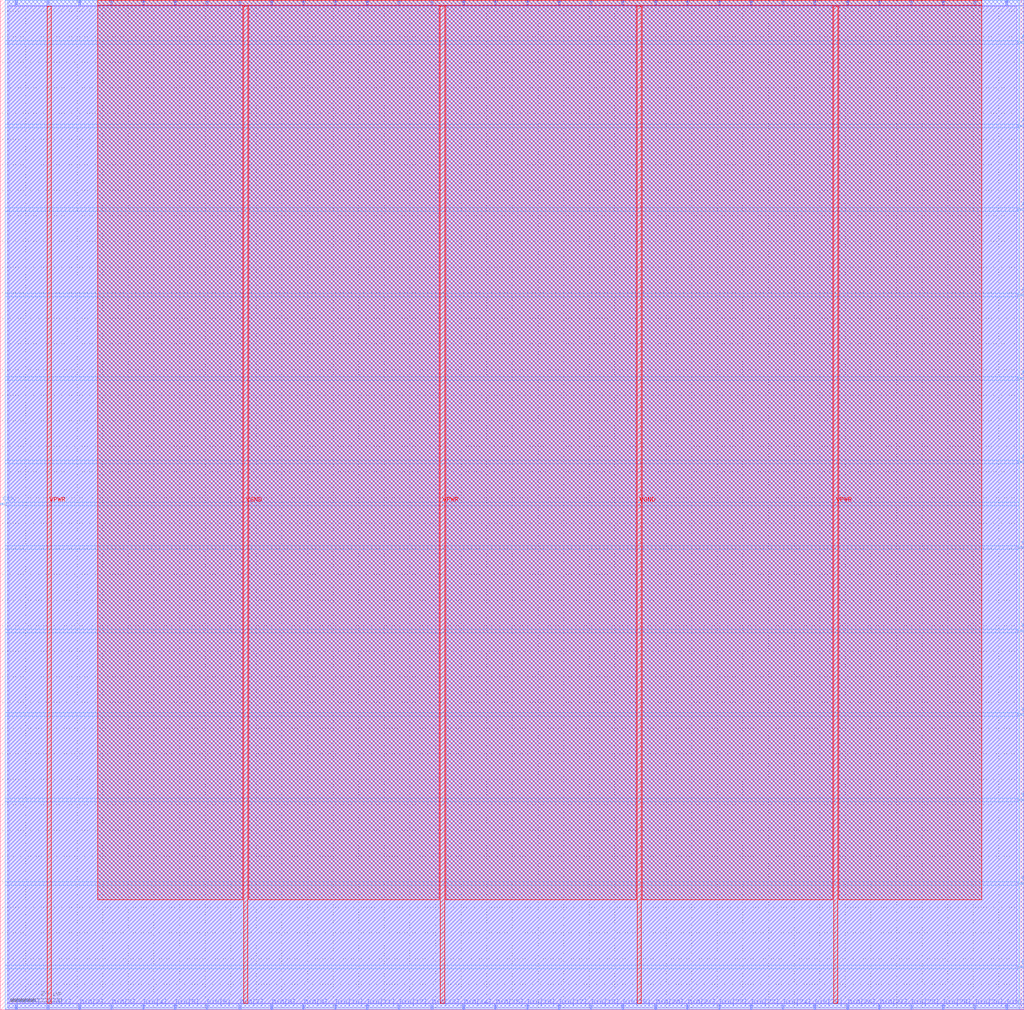
<source format=lef>
VERSION 5.7 ;
  NOWIREEXTENSIONATPIN ON ;
  DIVIDERCHAR "/" ;
  BUSBITCHARS "[]" ;
MACRO RAM128
  CLASS BLOCK ;
  FOREIGN RAM128 ;
  ORIGIN 0.000 0.000 ;
  SIZE 399.740 BY 394.400 ;
  PIN A0[0]
    DIRECTION INPUT ;
    USE SIGNAL ;
    PORT
      LAYER met3 ;
        RECT 397.740 180.240 399.740 180.840 ;
    END
  END A0[0]
  PIN A0[1]
    DIRECTION INPUT ;
    USE SIGNAL ;
    PORT
      LAYER met3 ;
        RECT 397.740 213.560 399.740 214.160 ;
    END
  END A0[1]
  PIN A0[2]
    DIRECTION INPUT ;
    USE SIGNAL ;
    PORT
      LAYER met3 ;
        RECT 397.740 246.200 399.740 246.800 ;
    END
  END A0[2]
  PIN A0[3]
    DIRECTION INPUT ;
    USE SIGNAL ;
    PORT
      LAYER met3 ;
        RECT 397.740 278.840 399.740 279.440 ;
    END
  END A0[3]
  PIN A0[4]
    DIRECTION INPUT ;
    USE SIGNAL ;
    PORT
      LAYER met3 ;
        RECT 397.740 312.160 399.740 312.760 ;
    END
  END A0[4]
  PIN A0[5]
    DIRECTION INPUT ;
    USE SIGNAL ;
    PORT
      LAYER met3 ;
        RECT 397.740 344.800 399.740 345.400 ;
    END
  END A0[5]
  PIN A0[6]
    DIRECTION INPUT ;
    USE SIGNAL ;
    PORT
      LAYER met3 ;
        RECT 397.740 377.440 399.740 378.040 ;
    END
  END A0[6]
  PIN CLK
    DIRECTION INPUT ;
    USE SIGNAL ;
    PORT
      LAYER met3 ;
        RECT 0.000 197.240 2.000 197.840 ;
    END
  END CLK
  PIN Di0[0]
    DIRECTION INPUT ;
    USE SIGNAL ;
    PORT
      LAYER met2 ;
        RECT 6.070 0.000 6.350 2.000 ;
    END
  END Di0[0]
  PIN Di0[10]
    DIRECTION INPUT ;
    USE SIGNAL ;
    PORT
      LAYER met2 ;
        RECT 130.730 0.000 131.010 2.000 ;
    END
  END Di0[10]
  PIN Di0[11]
    DIRECTION INPUT ;
    USE SIGNAL ;
    PORT
      LAYER met2 ;
        RECT 143.150 0.000 143.430 2.000 ;
    END
  END Di0[11]
  PIN Di0[12]
    DIRECTION INPUT ;
    USE SIGNAL ;
    PORT
      LAYER met2 ;
        RECT 155.570 0.000 155.850 2.000 ;
    END
  END Di0[12]
  PIN Di0[13]
    DIRECTION INPUT ;
    USE SIGNAL ;
    PORT
      LAYER met2 ;
        RECT 168.450 0.000 168.730 2.000 ;
    END
  END Di0[13]
  PIN Di0[14]
    DIRECTION INPUT ;
    USE SIGNAL ;
    PORT
      LAYER met2 ;
        RECT 180.870 0.000 181.150 2.000 ;
    END
  END Di0[14]
  PIN Di0[15]
    DIRECTION INPUT ;
    USE SIGNAL ;
    PORT
      LAYER met2 ;
        RECT 193.290 0.000 193.570 2.000 ;
    END
  END Di0[15]
  PIN Di0[16]
    DIRECTION INPUT ;
    USE SIGNAL ;
    PORT
      LAYER met2 ;
        RECT 205.710 0.000 205.990 2.000 ;
    END
  END Di0[16]
  PIN Di0[17]
    DIRECTION INPUT ;
    USE SIGNAL ;
    PORT
      LAYER met2 ;
        RECT 218.130 0.000 218.410 2.000 ;
    END
  END Di0[17]
  PIN Di0[18]
    DIRECTION INPUT ;
    USE SIGNAL ;
    PORT
      LAYER met2 ;
        RECT 230.550 0.000 230.830 2.000 ;
    END
  END Di0[18]
  PIN Di0[19]
    DIRECTION INPUT ;
    USE SIGNAL ;
    PORT
      LAYER met2 ;
        RECT 242.970 0.000 243.250 2.000 ;
    END
  END Di0[19]
  PIN Di0[1]
    DIRECTION INPUT ;
    USE SIGNAL ;
    PORT
      LAYER met2 ;
        RECT 18.490 0.000 18.770 2.000 ;
    END
  END Di0[1]
  PIN Di0[20]
    DIRECTION INPUT ;
    USE SIGNAL ;
    PORT
      LAYER met2 ;
        RECT 255.850 0.000 256.130 2.000 ;
    END
  END Di0[20]
  PIN Di0[21]
    DIRECTION INPUT ;
    USE SIGNAL ;
    PORT
      LAYER met2 ;
        RECT 268.270 0.000 268.550 2.000 ;
    END
  END Di0[21]
  PIN Di0[22]
    DIRECTION INPUT ;
    USE SIGNAL ;
    PORT
      LAYER met2 ;
        RECT 280.690 0.000 280.970 2.000 ;
    END
  END Di0[22]
  PIN Di0[23]
    DIRECTION INPUT ;
    USE SIGNAL ;
    PORT
      LAYER met2 ;
        RECT 293.110 0.000 293.390 2.000 ;
    END
  END Di0[23]
  PIN Di0[24]
    DIRECTION INPUT ;
    USE SIGNAL ;
    PORT
      LAYER met2 ;
        RECT 305.530 0.000 305.810 2.000 ;
    END
  END Di0[24]
  PIN Di0[25]
    DIRECTION INPUT ;
    USE SIGNAL ;
    PORT
      LAYER met2 ;
        RECT 317.950 0.000 318.230 2.000 ;
    END
  END Di0[25]
  PIN Di0[26]
    DIRECTION INPUT ;
    USE SIGNAL ;
    PORT
      LAYER met2 ;
        RECT 330.830 0.000 331.110 2.000 ;
    END
  END Di0[26]
  PIN Di0[27]
    DIRECTION INPUT ;
    USE SIGNAL ;
    PORT
      LAYER met2 ;
        RECT 343.250 0.000 343.530 2.000 ;
    END
  END Di0[27]
  PIN Di0[28]
    DIRECTION INPUT ;
    USE SIGNAL ;
    PORT
      LAYER met2 ;
        RECT 355.670 0.000 355.950 2.000 ;
    END
  END Di0[28]
  PIN Di0[29]
    DIRECTION INPUT ;
    USE SIGNAL ;
    PORT
      LAYER met2 ;
        RECT 368.090 0.000 368.370 2.000 ;
    END
  END Di0[29]
  PIN Di0[2]
    DIRECTION INPUT ;
    USE SIGNAL ;
    PORT
      LAYER met2 ;
        RECT 30.910 0.000 31.190 2.000 ;
    END
  END Di0[2]
  PIN Di0[30]
    DIRECTION INPUT ;
    USE SIGNAL ;
    PORT
      LAYER met2 ;
        RECT 380.510 0.000 380.790 2.000 ;
    END
  END Di0[30]
  PIN Di0[31]
    DIRECTION INPUT ;
    USE SIGNAL ;
    PORT
      LAYER met2 ;
        RECT 392.930 0.000 393.210 2.000 ;
    END
  END Di0[31]
  PIN Di0[3]
    DIRECTION INPUT ;
    USE SIGNAL ;
    PORT
      LAYER met2 ;
        RECT 43.330 0.000 43.610 2.000 ;
    END
  END Di0[3]
  PIN Di0[4]
    DIRECTION INPUT ;
    USE SIGNAL ;
    PORT
      LAYER met2 ;
        RECT 55.750 0.000 56.030 2.000 ;
    END
  END Di0[4]
  PIN Di0[5]
    DIRECTION INPUT ;
    USE SIGNAL ;
    PORT
      LAYER met2 ;
        RECT 68.170 0.000 68.450 2.000 ;
    END
  END Di0[5]
  PIN Di0[6]
    DIRECTION INPUT ;
    USE SIGNAL ;
    PORT
      LAYER met2 ;
        RECT 80.590 0.000 80.870 2.000 ;
    END
  END Di0[6]
  PIN Di0[7]
    DIRECTION INPUT ;
    USE SIGNAL ;
    PORT
      LAYER met2 ;
        RECT 93.470 0.000 93.750 2.000 ;
    END
  END Di0[7]
  PIN Di0[8]
    DIRECTION INPUT ;
    USE SIGNAL ;
    PORT
      LAYER met2 ;
        RECT 105.890 0.000 106.170 2.000 ;
    END
  END Di0[8]
  PIN Di0[9]
    DIRECTION INPUT ;
    USE SIGNAL ;
    PORT
      LAYER met2 ;
        RECT 118.310 0.000 118.590 2.000 ;
    END
  END Di0[9]
  PIN Do0[0]
    DIRECTION OUTPUT TRISTATE ;
    USE SIGNAL ;
    PORT
      LAYER met2 ;
        RECT 6.070 392.400 6.350 394.400 ;
    END
  END Do0[0]
  PIN Do0[10]
    DIRECTION OUTPUT TRISTATE ;
    USE SIGNAL ;
    PORT
      LAYER met2 ;
        RECT 130.730 392.400 131.010 394.400 ;
    END
  END Do0[10]
  PIN Do0[11]
    DIRECTION OUTPUT TRISTATE ;
    USE SIGNAL ;
    PORT
      LAYER met2 ;
        RECT 143.150 392.400 143.430 394.400 ;
    END
  END Do0[11]
  PIN Do0[12]
    DIRECTION OUTPUT TRISTATE ;
    USE SIGNAL ;
    PORT
      LAYER met2 ;
        RECT 155.570 392.400 155.850 394.400 ;
    END
  END Do0[12]
  PIN Do0[13]
    DIRECTION OUTPUT TRISTATE ;
    USE SIGNAL ;
    PORT
      LAYER met2 ;
        RECT 168.450 392.400 168.730 394.400 ;
    END
  END Do0[13]
  PIN Do0[14]
    DIRECTION OUTPUT TRISTATE ;
    USE SIGNAL ;
    PORT
      LAYER met2 ;
        RECT 180.870 392.400 181.150 394.400 ;
    END
  END Do0[14]
  PIN Do0[15]
    DIRECTION OUTPUT TRISTATE ;
    USE SIGNAL ;
    PORT
      LAYER met2 ;
        RECT 193.290 392.400 193.570 394.400 ;
    END
  END Do0[15]
  PIN Do0[16]
    DIRECTION OUTPUT TRISTATE ;
    USE SIGNAL ;
    PORT
      LAYER met2 ;
        RECT 205.710 392.400 205.990 394.400 ;
    END
  END Do0[16]
  PIN Do0[17]
    DIRECTION OUTPUT TRISTATE ;
    USE SIGNAL ;
    PORT
      LAYER met2 ;
        RECT 218.130 392.400 218.410 394.400 ;
    END
  END Do0[17]
  PIN Do0[18]
    DIRECTION OUTPUT TRISTATE ;
    USE SIGNAL ;
    PORT
      LAYER met2 ;
        RECT 230.550 392.400 230.830 394.400 ;
    END
  END Do0[18]
  PIN Do0[19]
    DIRECTION OUTPUT TRISTATE ;
    USE SIGNAL ;
    PORT
      LAYER met2 ;
        RECT 242.970 392.400 243.250 394.400 ;
    END
  END Do0[19]
  PIN Do0[1]
    DIRECTION OUTPUT TRISTATE ;
    USE SIGNAL ;
    PORT
      LAYER met2 ;
        RECT 18.490 392.400 18.770 394.400 ;
    END
  END Do0[1]
  PIN Do0[20]
    DIRECTION OUTPUT TRISTATE ;
    USE SIGNAL ;
    PORT
      LAYER met2 ;
        RECT 255.850 392.400 256.130 394.400 ;
    END
  END Do0[20]
  PIN Do0[21]
    DIRECTION OUTPUT TRISTATE ;
    USE SIGNAL ;
    PORT
      LAYER met2 ;
        RECT 268.270 392.400 268.550 394.400 ;
    END
  END Do0[21]
  PIN Do0[22]
    DIRECTION OUTPUT TRISTATE ;
    USE SIGNAL ;
    PORT
      LAYER met2 ;
        RECT 280.690 392.400 280.970 394.400 ;
    END
  END Do0[22]
  PIN Do0[23]
    DIRECTION OUTPUT TRISTATE ;
    USE SIGNAL ;
    PORT
      LAYER met2 ;
        RECT 293.110 392.400 293.390 394.400 ;
    END
  END Do0[23]
  PIN Do0[24]
    DIRECTION OUTPUT TRISTATE ;
    USE SIGNAL ;
    PORT
      LAYER met2 ;
        RECT 305.530 392.400 305.810 394.400 ;
    END
  END Do0[24]
  PIN Do0[25]
    DIRECTION OUTPUT TRISTATE ;
    USE SIGNAL ;
    PORT
      LAYER met2 ;
        RECT 317.950 392.400 318.230 394.400 ;
    END
  END Do0[25]
  PIN Do0[26]
    DIRECTION OUTPUT TRISTATE ;
    USE SIGNAL ;
    PORT
      LAYER met2 ;
        RECT 330.830 392.400 331.110 394.400 ;
    END
  END Do0[26]
  PIN Do0[27]
    DIRECTION OUTPUT TRISTATE ;
    USE SIGNAL ;
    PORT
      LAYER met2 ;
        RECT 343.250 392.400 343.530 394.400 ;
    END
  END Do0[27]
  PIN Do0[28]
    DIRECTION OUTPUT TRISTATE ;
    USE SIGNAL ;
    PORT
      LAYER met2 ;
        RECT 355.670 392.400 355.950 394.400 ;
    END
  END Do0[28]
  PIN Do0[29]
    DIRECTION OUTPUT TRISTATE ;
    USE SIGNAL ;
    PORT
      LAYER met2 ;
        RECT 368.090 392.400 368.370 394.400 ;
    END
  END Do0[29]
  PIN Do0[2]
    DIRECTION OUTPUT TRISTATE ;
    USE SIGNAL ;
    PORT
      LAYER met2 ;
        RECT 30.910 392.400 31.190 394.400 ;
    END
  END Do0[2]
  PIN Do0[30]
    DIRECTION OUTPUT TRISTATE ;
    USE SIGNAL ;
    PORT
      LAYER met2 ;
        RECT 380.510 392.400 380.790 394.400 ;
    END
  END Do0[30]
  PIN Do0[31]
    DIRECTION OUTPUT TRISTATE ;
    USE SIGNAL ;
    PORT
      LAYER met2 ;
        RECT 392.930 392.400 393.210 394.400 ;
    END
  END Do0[31]
  PIN Do0[3]
    DIRECTION OUTPUT TRISTATE ;
    USE SIGNAL ;
    PORT
      LAYER met2 ;
        RECT 43.330 392.400 43.610 394.400 ;
    END
  END Do0[3]
  PIN Do0[4]
    DIRECTION OUTPUT TRISTATE ;
    USE SIGNAL ;
    PORT
      LAYER met2 ;
        RECT 55.750 392.400 56.030 394.400 ;
    END
  END Do0[4]
  PIN Do0[5]
    DIRECTION OUTPUT TRISTATE ;
    USE SIGNAL ;
    PORT
      LAYER met2 ;
        RECT 68.170 392.400 68.450 394.400 ;
    END
  END Do0[5]
  PIN Do0[6]
    DIRECTION OUTPUT TRISTATE ;
    USE SIGNAL ;
    PORT
      LAYER met2 ;
        RECT 80.590 392.400 80.870 394.400 ;
    END
  END Do0[6]
  PIN Do0[7]
    DIRECTION OUTPUT TRISTATE ;
    USE SIGNAL ;
    PORT
      LAYER met2 ;
        RECT 93.470 392.400 93.750 394.400 ;
    END
  END Do0[7]
  PIN Do0[8]
    DIRECTION OUTPUT TRISTATE ;
    USE SIGNAL ;
    PORT
      LAYER met2 ;
        RECT 105.890 392.400 106.170 394.400 ;
    END
  END Do0[8]
  PIN Do0[9]
    DIRECTION OUTPUT TRISTATE ;
    USE SIGNAL ;
    PORT
      LAYER met2 ;
        RECT 118.310 392.400 118.590 394.400 ;
    END
  END Do0[9]
  PIN EN0
    DIRECTION INPUT ;
    USE SIGNAL ;
    PORT
      LAYER met3 ;
        RECT 397.740 16.360 399.740 16.960 ;
    END
  END EN0
  PIN VGND
    DIRECTION INOUT ;
    USE GROUND ;
    PORT
      LAYER met4 ;
        RECT 95.080 2.480 96.680 391.920 ;
    END
    PORT
      LAYER met4 ;
        RECT 248.680 2.480 250.280 391.920 ;
    END
  END VGND
  PIN VPWR
    DIRECTION INOUT ;
    USE POWER ;
    PORT
      LAYER met4 ;
        RECT 18.280 2.480 19.880 391.920 ;
    END
    PORT
      LAYER met4 ;
        RECT 171.880 2.480 173.480 391.920 ;
    END
    PORT
      LAYER met4 ;
        RECT 325.480 2.480 327.080 391.920 ;
    END
  END VPWR
  PIN WE0[0]
    DIRECTION INPUT ;
    USE SIGNAL ;
    PORT
      LAYER met3 ;
        RECT 397.740 49.000 399.740 49.600 ;
    END
  END WE0[0]
  PIN WE0[1]
    DIRECTION INPUT ;
    USE SIGNAL ;
    PORT
      LAYER met3 ;
        RECT 397.740 81.640 399.740 82.240 ;
    END
  END WE0[1]
  PIN WE0[2]
    DIRECTION INPUT ;
    USE SIGNAL ;
    PORT
      LAYER met3 ;
        RECT 397.740 114.960 399.740 115.560 ;
    END
  END WE0[2]
  PIN WE0[3]
    DIRECTION INPUT ;
    USE SIGNAL ;
    PORT
      LAYER met3 ;
        RECT 397.740 147.600 399.740 148.200 ;
    END
  END WE0[3]
  OBS
      LAYER li1 ;
        RECT 2.760 2.635 396.980 391.765 ;
      LAYER met1 ;
        RECT 2.760 0.720 399.670 394.360 ;
      LAYER met2 ;
        RECT 3.320 392.120 5.790 394.390 ;
        RECT 6.630 392.120 18.210 394.390 ;
        RECT 19.050 392.120 30.630 394.390 ;
        RECT 31.470 392.120 43.050 394.390 ;
        RECT 43.890 392.120 55.470 394.390 ;
        RECT 56.310 392.120 67.890 394.390 ;
        RECT 68.730 392.120 80.310 394.390 ;
        RECT 81.150 392.120 93.190 394.390 ;
        RECT 94.030 392.120 105.610 394.390 ;
        RECT 106.450 392.120 118.030 394.390 ;
        RECT 118.870 392.120 130.450 394.390 ;
        RECT 131.290 392.120 142.870 394.390 ;
        RECT 143.710 392.120 155.290 394.390 ;
        RECT 156.130 392.120 168.170 394.390 ;
        RECT 169.010 392.120 180.590 394.390 ;
        RECT 181.430 392.120 193.010 394.390 ;
        RECT 193.850 392.120 205.430 394.390 ;
        RECT 206.270 392.120 217.850 394.390 ;
        RECT 218.690 392.120 230.270 394.390 ;
        RECT 231.110 392.120 242.690 394.390 ;
        RECT 243.530 392.120 255.570 394.390 ;
        RECT 256.410 392.120 267.990 394.390 ;
        RECT 268.830 392.120 280.410 394.390 ;
        RECT 281.250 392.120 292.830 394.390 ;
        RECT 293.670 392.120 305.250 394.390 ;
        RECT 306.090 392.120 317.670 394.390 ;
        RECT 318.510 392.120 330.550 394.390 ;
        RECT 331.390 392.120 342.970 394.390 ;
        RECT 343.810 392.120 355.390 394.390 ;
        RECT 356.230 392.120 367.810 394.390 ;
        RECT 368.650 392.120 380.230 394.390 ;
        RECT 381.070 392.120 392.650 394.390 ;
        RECT 393.490 392.120 399.640 394.390 ;
        RECT 3.320 2.280 399.640 392.120 ;
        RECT 3.320 0.155 5.790 2.280 ;
        RECT 6.630 0.155 18.210 2.280 ;
        RECT 19.050 0.155 30.630 2.280 ;
        RECT 31.470 0.155 43.050 2.280 ;
        RECT 43.890 0.155 55.470 2.280 ;
        RECT 56.310 0.155 67.890 2.280 ;
        RECT 68.730 0.155 80.310 2.280 ;
        RECT 81.150 0.155 93.190 2.280 ;
        RECT 94.030 0.155 105.610 2.280 ;
        RECT 106.450 0.155 118.030 2.280 ;
        RECT 118.870 0.155 130.450 2.280 ;
        RECT 131.290 0.155 142.870 2.280 ;
        RECT 143.710 0.155 155.290 2.280 ;
        RECT 156.130 0.155 168.170 2.280 ;
        RECT 169.010 0.155 180.590 2.280 ;
        RECT 181.430 0.155 193.010 2.280 ;
        RECT 193.850 0.155 205.430 2.280 ;
        RECT 206.270 0.155 217.850 2.280 ;
        RECT 218.690 0.155 230.270 2.280 ;
        RECT 231.110 0.155 242.690 2.280 ;
        RECT 243.530 0.155 255.570 2.280 ;
        RECT 256.410 0.155 267.990 2.280 ;
        RECT 268.830 0.155 280.410 2.280 ;
        RECT 281.250 0.155 292.830 2.280 ;
        RECT 293.670 0.155 305.250 2.280 ;
        RECT 306.090 0.155 317.670 2.280 ;
        RECT 318.510 0.155 330.550 2.280 ;
        RECT 331.390 0.155 342.970 2.280 ;
        RECT 343.810 0.155 355.390 2.280 ;
        RECT 356.230 0.155 367.810 2.280 ;
        RECT 368.650 0.155 380.230 2.280 ;
        RECT 381.070 0.155 392.650 2.280 ;
        RECT 393.490 0.155 399.640 2.280 ;
      LAYER met3 ;
        RECT 2.000 378.440 397.835 394.225 ;
        RECT 2.000 377.040 397.340 378.440 ;
        RECT 2.000 345.800 397.835 377.040 ;
        RECT 2.000 344.400 397.340 345.800 ;
        RECT 2.000 313.160 397.835 344.400 ;
        RECT 2.000 311.760 397.340 313.160 ;
        RECT 2.000 279.840 397.835 311.760 ;
        RECT 2.000 278.440 397.340 279.840 ;
        RECT 2.000 247.200 397.835 278.440 ;
        RECT 2.000 245.800 397.340 247.200 ;
        RECT 2.000 214.560 397.835 245.800 ;
        RECT 2.000 213.160 397.340 214.560 ;
        RECT 2.000 198.240 397.835 213.160 ;
        RECT 2.400 196.840 397.835 198.240 ;
        RECT 2.000 181.240 397.835 196.840 ;
        RECT 2.000 179.840 397.340 181.240 ;
        RECT 2.000 148.600 397.835 179.840 ;
        RECT 2.000 147.200 397.340 148.600 ;
        RECT 2.000 115.960 397.835 147.200 ;
        RECT 2.000 114.560 397.340 115.960 ;
        RECT 2.000 82.640 397.835 114.560 ;
        RECT 2.000 81.240 397.340 82.640 ;
        RECT 2.000 50.000 397.835 81.240 ;
        RECT 2.000 48.600 397.340 50.000 ;
        RECT 2.000 17.360 397.835 48.600 ;
        RECT 2.000 15.960 397.340 17.360 ;
        RECT 2.000 0.175 397.835 15.960 ;
      LAYER met4 ;
        RECT 38.015 392.320 383.345 394.225 ;
        RECT 38.015 43.015 94.680 392.320 ;
        RECT 97.080 43.015 171.480 392.320 ;
        RECT 173.880 43.015 248.280 392.320 ;
        RECT 250.680 43.015 325.080 392.320 ;
        RECT 327.480 43.015 383.345 392.320 ;
  END
END RAM128
END LIBRARY


</source>
